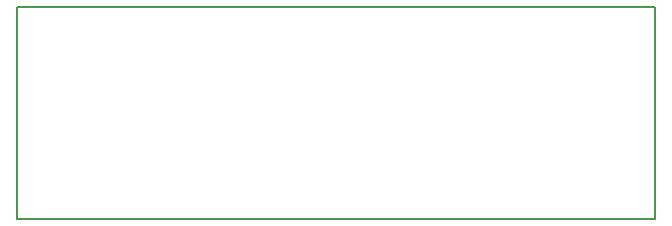
<source format=gko>
G04 Layer_Color=16711935*
%FSLAX24Y24*%
%MOIN*%
G70*
G01*
G75*
%ADD10C,0.0079*%
D10*
X39911Y35581D02*
X57087D01*
X35827Y28494D02*
Y35581D01*
X39911D01*
X57087Y28494D02*
Y35581D01*
X35827Y28494D02*
X57087D01*
M02*

</source>
